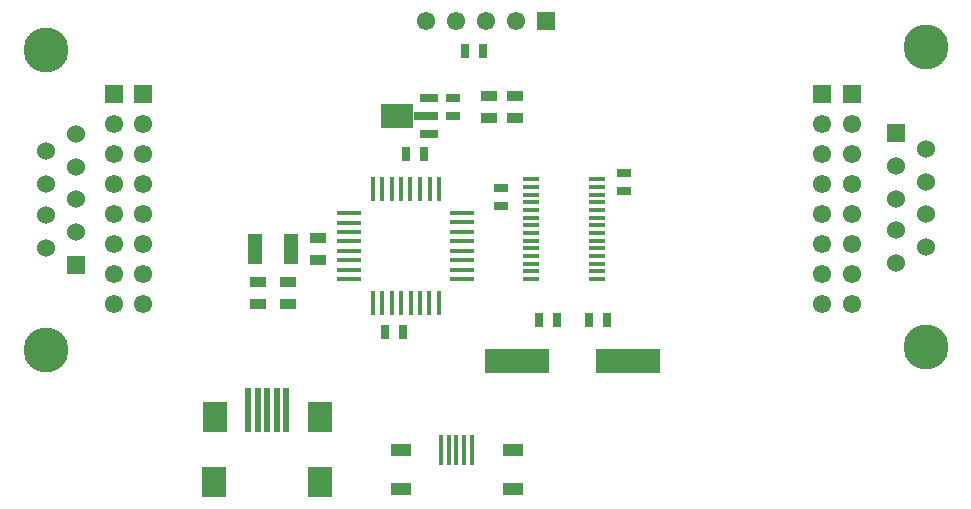
<source format=gbs>
G04 (created by PCBNEW (2013-jul-07)-stable) date nie, 28 cze 2015, 22:06:29*
%MOIN*%
G04 Gerber Fmt 3.4, Leading zero omitted, Abs format*
%FSLAX34Y34*%
G01*
G70*
G90*
G04 APERTURE LIST*
%ADD10C,0.00590551*%
%ADD11R,0.0196X0.145669*%
%ADD12R,0.0787X0.0984*%
%ADD13R,0.015748X0.0984252*%
%ADD14R,0.0708661X0.0393701*%
%ADD15R,0.063X0.0276*%
%ADD16R,0.0827X0.0276*%
%ADD17R,0.1083X0.0787*%
%ADD18R,0.055X0.035*%
%ADD19R,0.025X0.045*%
%ADD20R,0.2165X0.0787*%
%ADD21C,0.15*%
%ADD22R,0.06X0.06*%
%ADD23C,0.06*%
%ADD24R,0.045X0.025*%
%ADD25R,0.0787X0.0177*%
%ADD26R,0.0177X0.0787*%
%ADD27R,0.0579X0.0165*%
%ADD28R,0.0590551X0.0590551*%
%ADD29C,0.0610236*%
%ADD30R,0.0610236X0.0610236*%
%ADD31R,0.05X0.1*%
G04 APERTURE END LIST*
G54D10*
G54D11*
X62992Y-28503D03*
X63307Y-28503D03*
X62362Y-28503D03*
X62677Y-28503D03*
G54D12*
X61221Y-30905D03*
X64763Y-30905D03*
X61260Y-28740D03*
X64763Y-28740D03*
G54D11*
X63622Y-28503D03*
G54D13*
X69291Y-29822D03*
X69547Y-29822D03*
X68779Y-29822D03*
X69035Y-29822D03*
X69803Y-29822D03*
G54D14*
X71181Y-29842D03*
X71181Y-31141D03*
X67440Y-29842D03*
X67440Y-31141D03*
G54D15*
X68366Y-18109D03*
G54D16*
X68268Y-18700D03*
G54D15*
X68366Y-19291D03*
G54D17*
X67323Y-18700D03*
G54D18*
X63681Y-24981D03*
X63681Y-24231D03*
X62696Y-24981D03*
X62696Y-24231D03*
G54D19*
X72042Y-25492D03*
X72642Y-25492D03*
G54D20*
X71319Y-26870D03*
X75019Y-26870D03*
G54D21*
X55602Y-26506D03*
X55602Y-16506D03*
G54D22*
X56602Y-23656D03*
G54D23*
X56602Y-22556D03*
X56602Y-21456D03*
X56602Y-20406D03*
X56602Y-19306D03*
X55602Y-19856D03*
X55602Y-20956D03*
X55602Y-22006D03*
X55602Y-23106D03*
G54D24*
X69192Y-18705D03*
X69192Y-18105D03*
G54D25*
X65722Y-21938D03*
X65722Y-22253D03*
X65722Y-22568D03*
X65722Y-22883D03*
X65722Y-23198D03*
X65722Y-23513D03*
X65722Y-23828D03*
X65722Y-24143D03*
X69488Y-24141D03*
X69488Y-21931D03*
X69488Y-22251D03*
X69488Y-22571D03*
X69488Y-22881D03*
X69488Y-23201D03*
X69488Y-23511D03*
X69488Y-23831D03*
G54D26*
X66506Y-24931D03*
X66820Y-24931D03*
X67136Y-24931D03*
X67450Y-24931D03*
X67766Y-24931D03*
X68080Y-24931D03*
X68396Y-24931D03*
X68710Y-24931D03*
X66508Y-21151D03*
X66818Y-21151D03*
X67138Y-21151D03*
X67448Y-21151D03*
X67758Y-21151D03*
X68078Y-21151D03*
X68398Y-21151D03*
X68718Y-21151D03*
G54D27*
X73986Y-22347D03*
X73986Y-22603D03*
X73986Y-22859D03*
X73986Y-23115D03*
X71784Y-21583D03*
X73986Y-21579D03*
X73986Y-21835D03*
X73986Y-22091D03*
X71782Y-23371D03*
X71782Y-23115D03*
X71782Y-22859D03*
X71782Y-22603D03*
X71782Y-22347D03*
X71782Y-22091D03*
X73986Y-23371D03*
X71784Y-21835D03*
X73986Y-21323D03*
X73986Y-23627D03*
X71782Y-23627D03*
X71782Y-21323D03*
X73986Y-21068D03*
X73986Y-23882D03*
X71782Y-23882D03*
X71782Y-21068D03*
X73986Y-20812D03*
X73986Y-24138D03*
X71782Y-24138D03*
X71782Y-20812D03*
G54D19*
X74315Y-25492D03*
X73715Y-25492D03*
X67524Y-25885D03*
X66924Y-25885D03*
G54D24*
X74866Y-21216D03*
X74866Y-20616D03*
G54D19*
X67613Y-19980D03*
X68213Y-19980D03*
G54D24*
X70766Y-21116D03*
X70766Y-21716D03*
G54D21*
X84948Y-16406D03*
X84948Y-26406D03*
G54D22*
X83948Y-19256D03*
G54D23*
X83948Y-20356D03*
X83948Y-21456D03*
X83948Y-22506D03*
X83948Y-23606D03*
X84948Y-23056D03*
X84948Y-21956D03*
X84948Y-20906D03*
X84948Y-19806D03*
G54D28*
X81496Y-17956D03*
G54D29*
X81496Y-18956D03*
X81496Y-19956D03*
X81496Y-20956D03*
X81496Y-21956D03*
X81496Y-22956D03*
X81496Y-23956D03*
X81496Y-24956D03*
G54D28*
X58858Y-17956D03*
G54D29*
X58858Y-18956D03*
X58858Y-19956D03*
X58858Y-20956D03*
X58858Y-21956D03*
X58858Y-22956D03*
X58858Y-23956D03*
X58858Y-24956D03*
G54D28*
X57874Y-17956D03*
G54D29*
X57874Y-18956D03*
X57874Y-19956D03*
X57874Y-20956D03*
X57874Y-21956D03*
X57874Y-22956D03*
X57874Y-23956D03*
X57874Y-24956D03*
G54D28*
X82480Y-17956D03*
G54D29*
X82480Y-18956D03*
X82480Y-19956D03*
X82480Y-20956D03*
X82480Y-21956D03*
X82480Y-22956D03*
X82480Y-23956D03*
X82480Y-24956D03*
G54D30*
X72283Y-15551D03*
G54D29*
X71283Y-15551D03*
X70283Y-15551D03*
X69283Y-15551D03*
X68283Y-15551D03*
G54D18*
X71259Y-18780D03*
X71259Y-18030D03*
X70374Y-18780D03*
X70374Y-18030D03*
X64665Y-23504D03*
X64665Y-22754D03*
G54D31*
X63788Y-23129D03*
X62588Y-23129D03*
G54D19*
X69581Y-16535D03*
X70181Y-16535D03*
M02*

</source>
